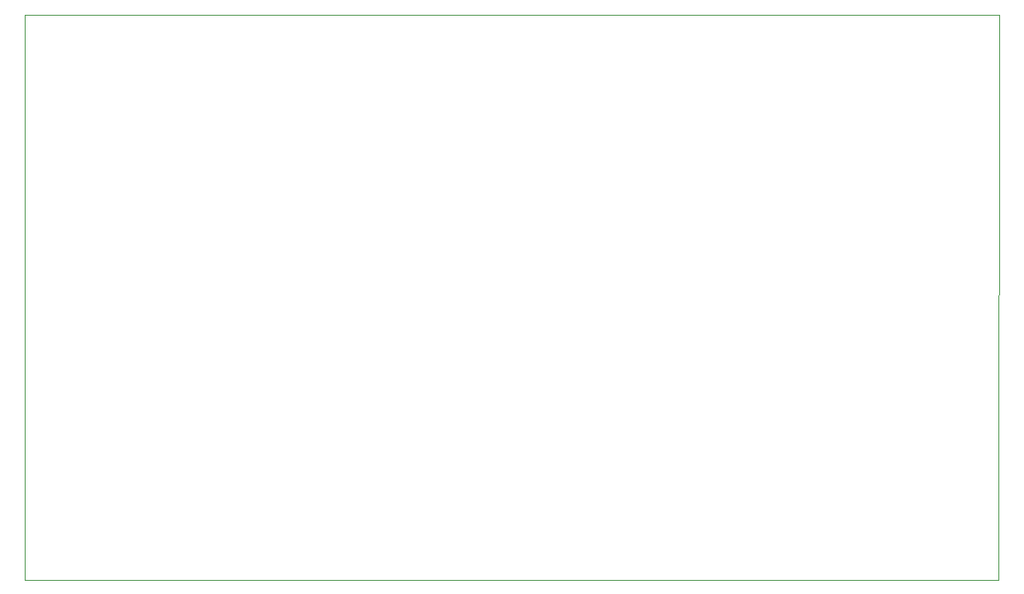
<source format=gm1>
%TF.GenerationSoftware,KiCad,Pcbnew,(5.1.12)-1*%
%TF.CreationDate,2021-11-29T00:37:47+03:00*%
%TF.ProjectId,lepetocontrol,6c657065-746f-4636-9f6e-74726f6c2e6b,rev?*%
%TF.SameCoordinates,Original*%
%TF.FileFunction,Profile,NP*%
%FSLAX46Y46*%
G04 Gerber Fmt 4.6, Leading zero omitted, Abs format (unit mm)*
G04 Created by KiCad (PCBNEW (5.1.12)-1) date 2021-11-29 00:37:47*
%MOMM*%
%LPD*%
G01*
G04 APERTURE LIST*
%TA.AperFunction,Profile*%
%ADD10C,0.050000*%
%TD*%
G04 APERTURE END LIST*
D10*
X274955000Y-138000000D02*
X175000000Y-138000000D01*
X275000000Y-80000000D02*
X175000000Y-80000000D01*
X175000000Y-80000000D02*
X175000000Y-138000000D01*
X274955000Y-138000000D02*
X275000000Y-80000000D01*
M02*

</source>
